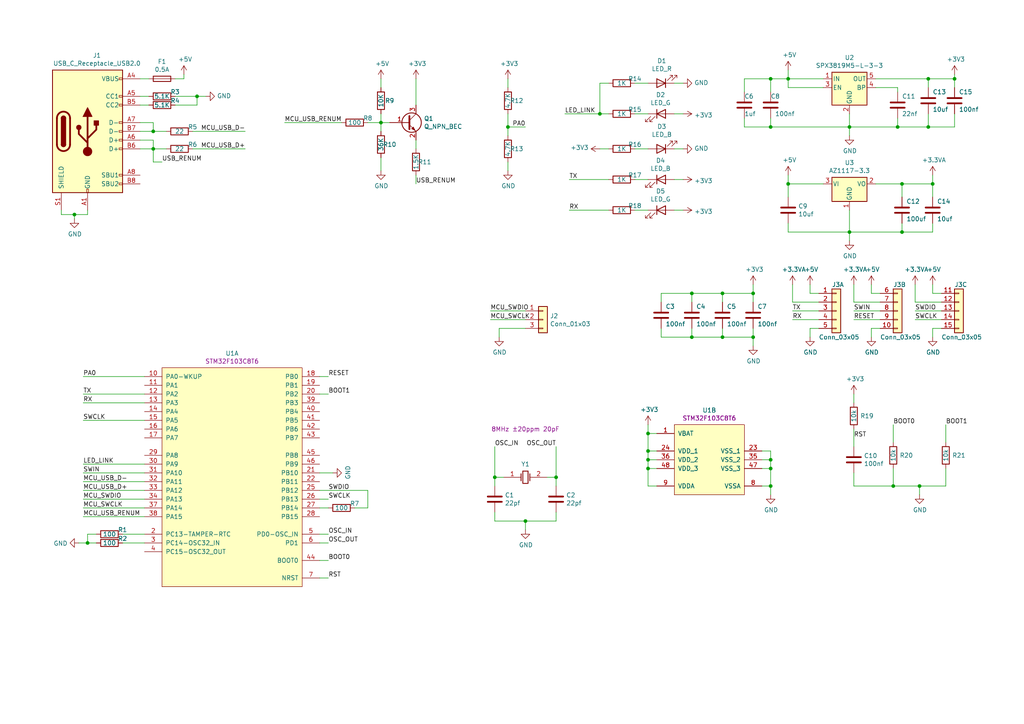
<source format=kicad_sch>
(kicad_sch (version 20211123) (generator eeschema)
  (paper "A4")
  (lib_symbols
    (symbol "Connector:USB_C_Receptacle_USB2.0" (pin_names (offset 1.016))
      (property "Reference" "J" (at -10.16 19.05 0))
      (property "Value" "USB_C_Receptacle_USB2.0" (at 19.05 19.05 0))
      (symbol "USB_C_Receptacle_USB2.0_0_0"
        (rectangle (start -0.254 -17.78) (end 0.254 -16.764))
        (rectangle (start 10.16 -14.986) (end 9.144 -15.494))
        (rectangle (start 10.16 -12.446) (end 9.144 -12.954))
        (rectangle (start 10.16 -4.826) (end 9.144 -5.334))
        (rectangle (start 10.16 -2.286) (end 9.144 -2.794))
        (rectangle (start 10.16 0.254) (end 9.144 -0.254))
        (rectangle (start 10.16 2.794) (end 9.144 2.286))
        (rectangle (start 10.16 7.874) (end 9.144 7.366))
        (rectangle (start 10.16 10.414) (end 9.144 9.906))
        (rectangle (start 10.16 15.494) (end 9.144 14.986))
      )
      (symbol "USB_C_Receptacle_USB2.0_0_1"
        (rectangle (start -10.16 17.78) (end 10.16 -17.78) (stroke (width 0.254)) (fill (type background)))
        (arc (start -8.89 -3.81) (mid -6.985 -5.715) (end -5.08 -3.81) (stroke (width 0.508)))
        (arc (start -7.62 -3.81) (mid -6.985 -4.445) (end -6.35 -3.81) (stroke (width 0.254)))
        (arc (start -7.62 -3.81) (mid -6.985 -4.445) (end -6.35 -3.81) (stroke (width 0.254)) (fill (type outline)))
        (rectangle (start -7.62 -3.81) (end -6.35 3.81) (stroke (width 0.254)) (fill (type outline)))
        (arc (start -6.35 3.81) (mid -6.985 4.445) (end -7.62 3.81) (stroke (width 0.254)))
        (arc (start -6.35 3.81) (mid -6.985 4.445) (end -7.62 3.81) (stroke (width 0.254)) (fill (type outline)))
        (arc (start -5.08 3.81) (mid -6.985 5.715) (end -8.89 3.81) (stroke (width 0.508)))
        (circle (center -2.54 1.143) (radius 0.635) (stroke (width 0.254)) (fill (type outline)))
        (circle (center 0 -5.842) (radius 1.27) (fill (type outline)))
        (polyline (pts (xy -8.89 -3.81) (xy -8.89 3.81)) (stroke (width 0.508)))
        (polyline (pts (xy -5.08 3.81) (xy -5.08 -3.81)) (stroke (width 0.508)))
        (polyline (pts (xy 0 -5.842) (xy 0 4.318)) (stroke (width 0.508)))
        (polyline (pts (xy 0 -3.302) (xy -2.54 -0.762) (xy -2.54 0.508)) (stroke (width 0.508)))
        (polyline (pts (xy 0 -2.032) (xy 2.54 0.508) (xy 2.54 1.778)) (stroke (width 0.508)))
        (polyline (pts (xy -1.27 4.318) (xy 0 6.858) (xy 1.27 4.318) (xy -1.27 4.318)) (stroke (width 0.254)) (fill (type outline)))
        (rectangle (start 1.905 1.778) (end 3.175 3.048) (stroke (width 0.254)) (fill (type outline)))
      )
      (symbol "USB_C_Receptacle_USB2.0_1_1"
        (pin passive line (at 0 -22.86 90) (length 5.08) (name "GND") (number "A1"))
        (pin passive line (at 0 -22.86 90) (length 5.08) hide (name "GND") (number "A12"))
        (pin passive line (at 15.24 15.24 180) (length 5.08) (name "VBUS") (number "A4"))
        (pin bidirectional line (at 15.24 10.16 180) (length 5.08) (name "CC1") (number "A5"))
        (pin bidirectional line (at 15.24 -2.54 180) (length 5.08) (name "D+") (number "A6"))
        (pin bidirectional line (at 15.24 2.54 180) (length 5.08) (name "D-") (number "A7"))
        (pin bidirectional line (at 15.24 -12.7 180) (length 5.08) (name "SBU1") (number "A8"))
        (pin passive line (at 15.24 15.24 180) (length 5.08) hide (name "VBUS") (number "A9"))
        (pin passive line (at 0 -22.86 90) (length 5.08) hide (name "GND") (number "B1"))
        (pin passive line (at 0 -22.86 90) (length 5.08) hide (name "GND") (number "B12"))
        (pin passive line (at 15.24 15.24 180) (length 5.08) hide (name "VBUS") (number "B4"))
        (pin bidirectional line (at 15.24 7.62 180) (length 5.08) (name "CC2") (number "B5"))
        (pin bidirectional line (at 15.24 -5.08 180) (length 5.08) (name "D+") (number "B6"))
        (pin bidirectional line (at 15.24 0 180) (length 5.08) (name "D-") (number "B7"))
        (pin bidirectional line (at 15.24 -15.24 180) (length 5.08) (name "SBU2") (number "B8"))
        (pin passive line (at 15.24 15.24 180) (length 5.08) hide (name "VBUS") (number "B9"))
        (pin passive line (at -7.62 -22.86 90) (length 5.08) (name "SHIELD") (number "S1"))
      )
    )
    (symbol "Connector_Generic:Conn_01x03" (pin_names (offset 1.016) hide)
      (property "Reference" "J" (at 0 5.08 0))
      (property "Value" "Conn_01x03" (at 0 -5.08 0))
      (symbol "Conn_01x03_1_1"
        (rectangle (start -1.27 -2.413) (end 0 -2.667) (stroke (width 0.1524)))
        (rectangle (start -1.27 0.127) (end 0 -0.127) (stroke (width 0.1524)))
        (rectangle (start -1.27 2.667) (end 0 2.413) (stroke (width 0.1524)))
        (rectangle (start -1.27 3.81) (end 1.27 -3.81) (stroke (width 0.254)) (fill (type background)))
        (pin passive line (at -5.08 2.54 0) (length 3.81) (name "Pin_1") (number "1"))
        (pin passive line (at -5.08 0 0) (length 3.81) (name "Pin_2") (number "2"))
        (pin passive line (at -5.08 -2.54 0) (length 3.81) (name "Pin_3") (number "3"))
      )
    )
    (symbol "Device:C" (pin_numbers hide) (pin_names (offset 0.254))
      (property "Reference" "C" (at 0.635 2.54 0))
      (property "Value" "C" (at 0.635 -2.54 0))
      (symbol "C_0_1"
        (polyline (pts (xy -2.032 -0.762) (xy 2.032 -0.762)) (stroke (width 0.508)))
        (polyline (pts (xy -2.032 0.762) (xy 2.032 0.762)) (stroke (width 0.508)))
      )
      (symbol "C_1_1"
        (pin passive line (at 0 3.81 270) (length 2.794) (name "~") (number "1"))
        (pin passive line (at 0 -3.81 90) (length 2.794) (name "~") (number "2"))
      )
    )
    (symbol "Device:Fuse" (pin_numbers hide) (pin_names (offset 0))
      (property "Reference" "F" (at 2.032 0 90))
      (property "Value" "Fuse" (at -1.905 0 90))
      (symbol "Fuse_0_1"
        (rectangle (start -0.762 -2.54) (end 0.762 2.54) (stroke (width 0.254)))
        (polyline (pts (xy 0 2.54) (xy 0 -2.54)))
      )
      (symbol "Fuse_1_1"
        (pin passive line (at 0 3.81 270) (length 1.27) (name "~") (number "1"))
        (pin passive line (at 0 -3.81 90) (length 1.27) (name "~") (number "2"))
      )
    )
    (symbol "Device:LED" (pin_numbers hide) (pin_names (offset 1.016) hide)
      (property "Reference" "D" (at 0 2.54 0))
      (property "Value" "LED" (at 0 -2.54 0))
      (symbol "LED_0_1"
        (polyline (pts (xy -1.27 -1.27) (xy -1.27 1.27)) (stroke (width 0.254)))
        (polyline (pts (xy -1.27 0) (xy 1.27 0)))
        (polyline (pts (xy 1.27 -1.27) (xy 1.27 1.27) (xy -1.27 0) (xy 1.27 -1.27)) (stroke (width 0.254)))
        (polyline (pts (xy -3.048 -0.762) (xy -4.572 -2.286) (xy -3.81 -2.286) (xy -4.572 -2.286) (xy -4.572 -1.524)))
        (polyline (pts (xy -1.778 -0.762) (xy -3.302 -2.286) (xy -2.54 -2.286) (xy -3.302 -2.286) (xy -3.302 -1.524)))
      )
      (symbol "LED_1_1"
        (pin passive line (at -3.81 0 0) (length 2.54) (name "K") (number "1"))
        (pin passive line (at 3.81 0 180) (length 2.54) (name "A") (number "2"))
      )
    )
    (symbol "Device:Q_NPN_BEC" (pin_names (offset 0) hide)
      (property "Reference" "Q" (at 5.08 1.27 0))
      (property "Value" "Q_NPN_BEC" (at 5.08 -1.27 0))
      (symbol "Q_NPN_BEC_0_1"
        (polyline (pts (xy 0.635 0.635) (xy 2.54 2.54)))
        (polyline (pts (xy 0.635 -0.635) (xy 2.54 -2.54) (xy 2.54 -2.54)))
        (polyline (pts (xy 0.635 1.905) (xy 0.635 -1.905) (xy 0.635 -1.905)) (stroke (width 0.508)))
        (polyline (pts (xy 1.27 -1.778) (xy 1.778 -1.27) (xy 2.286 -2.286) (xy 1.27 -1.778) (xy 1.27 -1.778)) (fill (type outline)))
        (circle (center 1.27 0) (radius 2.8194) (stroke (width 0.254)))
      )
      (symbol "Q_NPN_BEC_1_1"
        (pin input line (at -5.08 0 0) (length 5.715) (name "B") (number "1"))
        (pin passive line (at 2.54 -5.08 90) (length 2.54) (name "E") (number "2"))
        (pin passive line (at 2.54 5.08 270) (length 2.54) (name "C") (number "3"))
      )
    )
    (symbol "Device:R" (pin_numbers hide) (pin_names (offset 0))
      (property "Reference" "R" (at 2.032 0 90))
      (property "Value" "R" (at 0 0 90))
      (symbol "R_0_1"
        (rectangle (start -1.016 -2.54) (end 1.016 2.54) (stroke (width 0.254)))
      )
      (symbol "R_1_1"
        (pin passive line (at 0 3.81 270) (length 1.27) (name "~") (number "1"))
        (pin passive line (at 0 -3.81 90) (length 1.27) (name "~") (number "2"))
      )
    )
    (symbol "Regulator_Linear:AZ1117-3.3" (pin_names (offset 0.254))
      (property "Reference" "U" (at -3.81 3.175 0))
      (property "Value" "AZ1117-3.3" (at 0 3.175 0))
      (symbol "AZ1117-3.3_0_1"
        (rectangle (start -5.08 1.905) (end 5.08 -5.08) (stroke (width 0.254)) (fill (type background)))
      )
      (symbol "AZ1117-3.3_1_1"
        (pin power_in line (at 0 -7.62 90) (length 2.54) (name "GND") (number "1"))
        (pin power_out line (at 7.62 0 180) (length 2.54) (name "VO") (number "2"))
        (pin power_in line (at -7.62 0 0) (length 2.54) (name "VI") (number "3"))
      )
    )
    (symbol "Regulator_Linear:SPX3819M5-L-3-3" (pin_names (offset 0.254))
      (property "Reference" "U" (at -3.81 5.715 0))
      (property "Value" "SPX3819M5-L-3-3" (at 0 5.715 0))
      (symbol "SPX3819M5-L-3-3_0_1"
        (rectangle (start -5.08 4.445) (end 5.08 -5.08) (stroke (width 0.254)) (fill (type background)))
      )
      (symbol "SPX3819M5-L-3-3_1_1"
        (pin power_in line (at -7.62 2.54 0) (length 2.54) (name "IN") (number "1"))
        (pin power_in line (at 0 -7.62 90) (length 2.54) (name "GND") (number "2"))
        (pin input line (at -7.62 0 0) (length 2.54) (name "EN") (number "3"))
        (pin input line (at 7.62 0 180) (length 2.54) (name "BP") (number "4"))
        (pin power_out line (at 7.62 2.54 180) (length 2.54) (name "OUT") (number "5"))
      )
    )
    (symbol "ST_Link_V2.1-rescue:Conn_03x05-connector_03_xx" (pin_names (offset 1.016) hide)
      (property "Reference" "J" (at 0 7.62 0))
      (property "Value" "Conn_03x05-connector_03_xx" (at 0 -7.62 0))
      (symbol "Conn_03x05-connector_03_xx_1_1"
        (rectangle (start -1.27 -4.953) (end 0 -5.207) (stroke (width 0.1524)))
        (rectangle (start -1.27 -2.413) (end 0 -2.667) (stroke (width 0.1524)))
        (rectangle (start -1.27 0.127) (end 0 -0.127) (stroke (width 0.1524)))
        (rectangle (start -1.27 2.667) (end 0 2.413) (stroke (width 0.1524)))
        (rectangle (start -1.27 5.207) (end 0 4.953) (stroke (width 0.1524)))
        (rectangle (start -1.27 6.35) (end 1.27 -6.35) (stroke (width 0.254)) (fill (type background)))
        (pin passive line (at -5.08 5.08 0) (length 3.81) (name "Pin_1") (number "1"))
        (pin passive line (at -5.08 2.54 0) (length 3.81) (name "Pin_2") (number "2"))
        (pin passive line (at -5.08 0 0) (length 3.81) (name "Pin_3") (number "3"))
        (pin passive line (at -5.08 -2.54 0) (length 3.81) (name "Pin_4") (number "4"))
        (pin passive line (at -5.08 -5.08 0) (length 3.81) (name "Pin_5") (number "5"))
      )
      (symbol "Conn_03x05-connector_03_xx_2_1"
        (rectangle (start -1.27 -4.953) (end 0 -5.207) (stroke (width 0.1524)))
        (rectangle (start -1.27 -2.413) (end 0 -2.667) (stroke (width 0.1524)))
        (rectangle (start -1.27 0.127) (end 0 -0.127) (stroke (width 0.1524)))
        (rectangle (start -1.27 2.667) (end 0 2.413) (stroke (width 0.1524)))
        (rectangle (start -1.27 5.207) (end 0 4.953) (stroke (width 0.1524)))
        (rectangle (start -1.27 6.35) (end 1.27 -6.35) (stroke (width 0.254)) (fill (type background)))
        (pin passive line (at -5.08 -5.08 0) (length 3.81) (name "Pin_10") (number "10"))
        (pin passive line (at -5.08 5.08 0) (length 3.81) (name "Pin_6") (number "6"))
        (pin passive line (at -5.08 2.54 0) (length 3.81) (name "Pin_7") (number "7"))
        (pin passive line (at -5.08 0 0) (length 3.81) (name "Pin_8") (number "8"))
        (pin passive line (at -5.08 -2.54 0) (length 3.81) (name "Pin_9") (number "9"))
      )
      (symbol "Conn_03x05-connector_03_xx_3_1"
        (rectangle (start -1.27 -4.953) (end 0 -5.207) (stroke (width 0.1524)))
        (rectangle (start -1.27 -2.413) (end 0 -2.667) (stroke (width 0.1524)))
        (rectangle (start -1.27 0.127) (end 0 -0.127) (stroke (width 0.1524)))
        (rectangle (start -1.27 2.667) (end 0 2.413) (stroke (width 0.1524)))
        (rectangle (start -1.27 5.207) (end 0 4.953) (stroke (width 0.1524)))
        (rectangle (start -1.27 6.35) (end 1.27 -6.35) (stroke (width 0.254)) (fill (type background)))
        (pin passive line (at -5.08 5.08 0) (length 3.81) (name "Pin_11") (number "11"))
        (pin passive line (at -5.08 2.54 0) (length 3.81) (name "Pin_12") (number "12"))
        (pin passive line (at -5.08 0 0) (length 3.81) (name "Pin_13") (number "13"))
        (pin passive line (at -5.08 -2.54 0) (length 3.81) (name "Pin_14") (number "14"))
        (pin passive line (at -5.08 -5.08 0) (length 3.81) (name "Pin_15") (number "15"))
      )
    )
    (symbol "ST_Link_V2.1-rescue:SMD-5032_2P_8MHz_20ppm_20pF-lc_CrystalOscillator" (pin_names (offset 1.016) hide)
      (property "Reference" "Y" (at -0.0254 3.048 0))
      (property "Comment" "8MHz ±20ppm 20pF" (at 3.7846 3.048 0))
      (symbol "SMD-5032_2P_8MHz_20ppm_20pF-lc_CrystalOscillator_1_1"
        (polyline (pts (xy 10.16 1.016) (xy 10.16 -1.016)) (stroke (width 0.254)))
        (polyline (pts (xy 10.668 1.778) (xy 12.192 1.778)) (stroke (width 0.254)))
        (polyline (pts (xy 12.7 1.016) (xy 12.7 -1.016)) (stroke (width 0.254)))
        (polyline (pts (xy 12.192 1.778) (xy 12.192 -1.778) (xy 10.668 -1.778) (xy 10.668 1.778)) (stroke (width 0.254)))
        (pin passive line (at 5.08 0 0) (length 5.08) (name "OSC1") (number "1"))
        (pin passive line (at 17.78 0 180) (length 5.08) (name "OSC2") (number "2"))
      )
    )
    (symbol "ST_Link_V2.1-rescue:STM32F103C8T6-lc_MCU" (pin_names (offset 1.016))
      (property "Reference" "U" (at -22.86 34.29 0))
      (property "Comment" "STM32F103C8T6" (at -19.05 34.29 0))
      (symbol "STM32F103C8T6-lc_MCU_1_1"
        (rectangle (start -17.78 -30.48) (end 22.86 33.02) (fill (type background)))
        (pin bidirectional line (at -22.86 30.48 0) (length 5.08) (name "PA0-WKUP") (number "10"))
        (pin bidirectional line (at -22.86 27.94 0) (length 5.08) (name "PA1") (number "11"))
        (pin bidirectional line (at -22.86 25.4 0) (length 5.08) (name "PA2") (number "12"))
        (pin bidirectional line (at -22.86 22.86 0) (length 5.08) (name "PA3") (number "13"))
        (pin bidirectional line (at -22.86 20.32 0) (length 5.08) (name "PA4") (number "14"))
        (pin bidirectional line (at -22.86 17.78 0) (length 5.08) (name "PA5") (number "15"))
        (pin bidirectional line (at -22.86 15.24 0) (length 5.08) (name "PA6") (number "16"))
        (pin bidirectional line (at -22.86 12.7 0) (length 5.08) (name "PA7") (number "17"))
        (pin bidirectional line (at 27.94 30.48 180) (length 5.08) (name "PB0") (number "18"))
        (pin bidirectional line (at 27.94 27.94 180) (length 5.08) (name "PB1") (number "19"))
        (pin bidirectional line (at -22.86 -15.24 0) (length 5.08) (name "PC13-TAMPER-RTC") (number "2"))
        (pin bidirectional line (at 27.94 25.4 180) (length 5.08) (name "PB2") (number "20"))
        (pin bidirectional line (at 27.94 2.54 180) (length 5.08) (name "PB10") (number "21"))
        (pin bidirectional line (at 27.94 0 180) (length 5.08) (name "PB11") (number "22"))
        (pin bidirectional line (at 27.94 -2.54 180) (length 5.08) (name "PB12") (number "25"))
        (pin bidirectional line (at 27.94 -5.08 180) (length 5.08) (name "PB13") (number "26"))
        (pin bidirectional line (at 27.94 -7.62 180) (length 5.08) (name "PB14") (number "27"))
        (pin bidirectional line (at 27.94 -10.16 180) (length 5.08) (name "PB15") (number "28"))
        (pin bidirectional line (at -22.86 7.62 0) (length 5.08) (name "PA8") (number "29"))
        (pin bidirectional line (at -22.86 -17.78 0) (length 5.08) (name "PC14-OSC32_IN") (number "3"))
        (pin bidirectional line (at -22.86 5.08 0) (length 5.08) (name "PA9") (number "30"))
        (pin bidirectional line (at -22.86 2.54 0) (length 5.08) (name "PA10") (number "31"))
        (pin bidirectional line (at -22.86 0 0) (length 5.08) (name "PA11") (number "32"))
        (pin bidirectional line (at -22.86 -2.54 0) (length 5.08) (name "PA12") (number "33"))
        (pin bidirectional line (at -22.86 -5.08 0) (length 5.08) (name "PA13") (number "34"))
        (pin bidirectional line (at -22.86 -7.62 0) (length 5.08) (name "PA14") (number "37"))
        (pin bidirectional line (at -22.86 -10.16 0) (length 5.08) (name "PA15") (number "38"))
        (pin bidirectional line (at 27.94 22.86 180) (length 5.08) (name "PB3") (number "39"))
        (pin bidirectional line (at -22.86 -20.32 0) (length 5.08) (name "PC15-OSC32_OUT") (number "4"))
        (pin bidirectional line (at 27.94 20.32 180) (length 5.08) (name "PB4") (number "40"))
        (pin bidirectional line (at 27.94 17.78 180) (length 5.08) (name "PB5") (number "41"))
        (pin bidirectional line (at 27.94 15.24 180) (length 5.08) (name "PB6") (number "42"))
        (pin bidirectional line (at 27.94 12.7 180) (length 5.08) (name "PB7") (number "43"))
        (pin input line (at 27.94 -22.86 180) (length 5.08) (name "BOOT0") (number "44"))
        (pin bidirectional line (at 27.94 7.62 180) (length 5.08) (name "PB8") (number "45"))
        (pin bidirectional line (at 27.94 5.08 180) (length 5.08) (name "PB9") (number "46"))
        (pin bidirectional line (at 27.94 -15.24 180) (length 5.08) (name "PD0-OSC_IN") (number "5"))
        (pin bidirectional line (at 27.94 -17.78 180) (length 5.08) (name "PD1") (number "6"))
        (pin bidirectional line (at 27.94 -27.94 180) (length 5.08) (name "NRST") (number "7"))
      )
      (symbol "STM32F103C8T6-lc_MCU_2_1"
        (rectangle (start -10.16 -10.16) (end 10.16 10.16) (fill (type background)))
        (pin power_in line (at -15.24 7.62 0) (length 5.08) (name "VBAT") (number "1"))
        (pin power_in line (at 15.24 2.54 180) (length 5.08) (name "VSS_1") (number "23"))
        (pin power_in line (at -15.24 2.54 0) (length 5.08) (name "VDD_1") (number "24"))
        (pin power_in line (at 15.24 0 180) (length 5.08) (name "VSS_2") (number "35"))
        (pin power_in line (at -15.24 0 0) (length 5.08) (name "VDD_2") (number "36"))
        (pin power_in line (at 15.24 -2.54 180) (length 5.08) (name "VSS_3") (number "47"))
        (pin power_in line (at -15.24 -2.54 0) (length 5.08) (name "VDD_3") (number "48"))
        (pin power_in line (at 15.24 -7.62 180) (length 5.08) (name "VSSA") (number "8"))
        (pin power_in line (at -15.24 -7.62 0) (length 5.08) (name "VDDA") (number "9"))
      )
    )
    (symbol "power:+3.3V" (power) (pin_names (offset 0))
      (property "Value" "+3.3V" (at 0 3.556 0))
      (symbol "+3.3V_0_1"
        (polyline (pts (xy -0.762 1.27) (xy 0 2.54)))
        (polyline (pts (xy 0 0) (xy 0 2.54)))
        (polyline (pts (xy 0 2.54) (xy 0.762 1.27)))
      )
      (symbol "+3.3V_1_1"
        (pin power_in line (at 0 0 90) (length 0) hide (name "+3V3") (number "1"))
      )
    )
    (symbol "power:+3.3VA" (power) (pin_names (offset 0))
      (property "Value" "+3.3VA" (at 0 3.556 0))
      (symbol "+3.3VA_0_1"
        (polyline (pts (xy -0.762 1.27) (xy 0 2.54)))
        (polyline (pts (xy 0 0) (xy 0 2.54)))
        (polyline (pts (xy 0 2.54) (xy 0.762 1.27)))
      )
      (symbol "+3.3VA_1_1"
        (pin power_in line (at 0 0 90) (length 0) hide (name "+3.3VA") (number "1"))
      )
    )
    (symbol "power:+5V" (power) (pin_names (offset 0))
      (property "Value" "+5V" (at 0 3.556 0))
      (symbol "+5V_0_1"
        (polyline (pts (xy -0.762 1.27) (xy 0 2.54)))
        (polyline (pts (xy 0 0) (xy 0 2.54)))
        (polyline (pts (xy 0 2.54) (xy 0.762 1.27)))
      )
      (symbol "+5V_1_1"
        (pin power_in line (at 0 0 90) (length 0) hide (name "+5V") (number "1"))
      )
    )
    (symbol "power:GND" (power) (pin_names (offset 0))
      (property "Value" "GND" (at 0 -3.81 0))
      (symbol "GND_0_1"
        (polyline (pts (xy 0 0) (xy 0 -1.27) (xy 1.27 -1.27) (xy 0 -2.54) (xy -1.27 -1.27) (xy 0 -1.27)))
      )
      (symbol "GND_1_1"
        (pin power_in line (at 0 0 270) (length 0) hide (name "GND") (number "1"))
      )
    )
  )
  (junction (at 187.96 135.89))
  (junction (at 161.29 138.43))
  (junction (at 218.44 97.79))
  (junction (at 228.6 22.86))
  (junction (at 269.24 36.83))
  (junction (at 187.96 125.73))
  (junction (at 261.62 53.34))
  (junction (at 110.49 35.56))
  (junction (at 276.86 22.86))
  (junction (at 246.38 36.83))
  (junction (at 143.51 138.43))
  (junction (at 200.66 97.79))
  (junction (at 223.52 36.83))
  (junction (at 187.96 130.81))
  (junction (at 44.45 38.1))
  (junction (at 57.15 27.94))
  (junction (at 266.7 140.97))
  (junction (at 147.32 36.83))
  (junction (at 187.96 133.35))
  (junction (at 223.52 22.86))
  (junction (at 25.4 157.48))
  (junction (at 260.35 36.83))
  (junction (at 209.55 97.79))
  (junction (at 269.24 22.86))
  (junction (at 259.08 140.97))
  (junction (at 270.51 53.34))
  (junction (at 218.44 85.09))
  (junction (at 152.4 151.13))
  (junction (at 223.52 133.35))
  (junction (at 173.99 33.02))
  (junction (at 223.52 140.97))
  (junction (at 228.6 53.34))
  (junction (at 223.52 135.89))
  (junction (at 246.38 67.31))
  (junction (at 261.62 67.31))
  (junction (at 44.45 43.18))
  (junction (at 209.55 85.09))
  (junction (at 21.59 62.23))
  (junction (at 200.66 85.09))
  (wire (pts (xy 187.96 43.18) (xy 184.15 43.18)))
  (wire (pts (xy 209.55 97.79) (xy 218.44 97.79)))
  (wire (pts (xy 95.25 109.22) (xy 92.71 109.22)))
  (wire (pts (xy 266.7 140.97) (xy 274.32 140.97)))
  (wire (pts (xy 95.25 114.3) (xy 92.71 114.3)))
  (wire (pts (xy 269.24 25.4) (xy 269.24 22.86)))
  (wire (pts (xy 59.69 27.94) (xy 57.15 27.94)))
  (wire (pts (xy 163.83 33.02) (xy 173.99 33.02)))
  (wire (pts (xy 40.64 22.86) (xy 43.18 22.86)))
  (wire (pts (xy 144.78 95.25) (xy 144.78 97.79)))
  (wire (pts (xy 270.51 64.77) (xy 270.51 67.31)))
  (wire (pts (xy 228.6 20.32) (xy 228.6 22.86)))
  (wire (pts (xy 176.53 52.07) (xy 165.1 52.07)))
  (wire (pts (xy 161.29 129.54) (xy 161.29 138.43)))
  (wire (pts (xy 218.44 85.09) (xy 218.44 87.63)))
  (wire (pts (xy 147.32 46.99) (xy 147.32 49.53)))
  (wire (pts (xy 234.95 97.79) (xy 234.95 95.25)))
  (wire (pts (xy 215.9 36.83) (xy 223.52 36.83)))
  (wire (pts (xy 35.56 154.94) (xy 41.91 154.94)))
  (wire (pts (xy 53.34 21.59) (xy 53.34 22.86)))
  (wire (pts (xy 143.51 148.59) (xy 143.51 151.13)))
  (wire (pts (xy 24.13 114.3) (xy 41.91 114.3)))
  (wire (pts (xy 246.38 60.96) (xy 246.38 67.31)))
  (wire (pts (xy 187.96 135.89) (xy 187.96 140.97)))
  (wire (pts (xy 260.35 34.29) (xy 260.35 36.83)))
  (wire (pts (xy 261.62 53.34) (xy 270.51 53.34)))
  (wire (pts (xy 44.45 40.64) (xy 44.45 43.18)))
  (wire (pts (xy 261.62 57.15) (xy 261.62 53.34)))
  (wire (pts (xy 147.32 33.02) (xy 147.32 36.83)))
  (wire (pts (xy 173.99 24.13) (xy 173.99 33.02)))
  (wire (pts (xy 229.87 90.17) (xy 237.49 90.17)))
  (wire (pts (xy 276.86 25.4) (xy 276.86 22.86)))
  (wire (pts (xy 152.4 151.13) (xy 161.29 151.13)))
  (wire (pts (xy 247.65 140.97) (xy 259.08 140.97)))
  (wire (pts (xy 198.12 43.18) (xy 195.58 43.18)))
  (wire (pts (xy 228.6 67.31) (xy 246.38 67.31)))
  (wire (pts (xy 265.43 87.63) (xy 273.05 87.63)))
  (wire (pts (xy 41.91 147.32) (xy 24.13 147.32)))
  (wire (pts (xy 259.08 135.89) (xy 259.08 140.97)))
  (wire (pts (xy 218.44 82.55) (xy 218.44 85.09)))
  (wire (pts (xy 246.38 67.31) (xy 261.62 67.31)))
  (wire (pts (xy 190.5 130.81) (xy 187.96 130.81)))
  (wire (pts (xy 40.64 35.56) (xy 44.45 35.56)))
  (wire (pts (xy 50.8 27.94) (xy 57.15 27.94)))
  (wire (pts (xy 187.96 135.89) (xy 190.5 135.89)))
  (wire (pts (xy 57.15 30.48) (xy 50.8 30.48)))
  (wire (pts (xy 220.98 130.81) (xy 223.52 130.81)))
  (wire (pts (xy 92.71 142.24) (xy 106.68 142.24)))
  (wire (pts (xy 44.45 38.1) (xy 48.26 38.1)))
  (wire (pts (xy 259.08 128.27) (xy 259.08 123.19)))
  (wire (pts (xy 195.58 52.07) (xy 198.12 52.07)))
  (wire (pts (xy 41.91 139.7) (xy 24.13 139.7)))
  (wire (pts (xy 184.15 60.96) (xy 187.96 60.96)))
  (wire (pts (xy 24.13 142.24) (xy 41.91 142.24)))
  (wire (pts (xy 161.29 138.43) (xy 158.75 138.43)))
  (wire (pts (xy 260.35 25.4) (xy 254 25.4)))
  (wire (pts (xy 191.77 97.79) (xy 200.66 97.79)))
  (wire (pts (xy 270.51 82.55) (xy 270.51 85.09)))
  (wire (pts (xy 234.95 85.09) (xy 237.49 85.09)))
  (wire (pts (xy 53.34 22.86) (xy 50.8 22.86)))
  (wire (pts (xy 184.15 33.02) (xy 187.96 33.02)))
  (wire (pts (xy 113.03 35.56) (xy 110.49 35.56)))
  (wire (pts (xy 270.51 50.8) (xy 270.51 53.34)))
  (wire (pts (xy 223.52 26.67) (xy 223.52 22.86)))
  (wire (pts (xy 24.13 149.86) (xy 41.91 149.86)))
  (wire (pts (xy 147.32 22.86) (xy 147.32 25.4)))
  (wire (pts (xy 255.27 90.17) (xy 247.65 90.17)))
  (wire (pts (xy 269.24 33.02) (xy 269.24 36.83)))
  (wire (pts (xy 261.62 67.31) (xy 261.62 64.77)))
  (wire (pts (xy 191.77 85.09) (xy 200.66 85.09)))
  (wire (pts (xy 191.77 87.63) (xy 191.77 85.09)))
  (wire (pts (xy 220.98 133.35) (xy 223.52 133.35)))
  (wire (pts (xy 71.12 38.1) (xy 55.88 38.1)))
  (wire (pts (xy 187.96 125.73) (xy 187.96 130.81)))
  (wire (pts (xy 190.5 140.97) (xy 187.96 140.97)))
  (wire (pts (xy 200.66 87.63) (xy 200.66 85.09)))
  (wire (pts (xy 176.53 43.18) (xy 173.99 43.18)))
  (wire (pts (xy 200.66 85.09) (xy 209.55 85.09)))
  (wire (pts (xy 238.76 25.4) (xy 228.6 25.4)))
  (wire (pts (xy 274.32 128.27) (xy 274.32 123.19)))
  (wire (pts (xy 252.73 95.25) (xy 255.27 95.25)))
  (wire (pts (xy 215.9 34.29) (xy 215.9 36.83)))
  (wire (pts (xy 209.55 85.09) (xy 218.44 85.09)))
  (wire (pts (xy 92.71 137.16) (xy 96.52 137.16)))
  (wire (pts (xy 165.1 60.96) (xy 176.53 60.96)))
  (wire (pts (xy 44.45 46.99) (xy 44.45 43.18)))
  (wire (pts (xy 270.51 57.15) (xy 270.51 53.34)))
  (wire (pts (xy 17.78 60.96) (xy 17.78 62.23)))
  (wire (pts (xy 269.24 22.86) (xy 254 22.86)))
  (wire (pts (xy 266.7 143.51) (xy 266.7 140.97)))
  (wire (pts (xy 120.65 40.64) (xy 120.65 43.18)))
  (wire (pts (xy 187.96 24.13) (xy 184.15 24.13)))
  (wire (pts (xy 161.29 151.13) (xy 161.29 148.59)))
  (wire (pts (xy 270.51 67.31) (xy 261.62 67.31)))
  (wire (pts (xy 252.73 82.55) (xy 252.73 85.09)))
  (wire (pts (xy 276.86 21.59) (xy 276.86 22.86)))
  (wire (pts (xy 200.66 95.25) (xy 200.66 97.79)))
  (wire (pts (xy 106.68 147.32) (xy 106.68 142.24)))
  (wire (pts (xy 218.44 100.33) (xy 218.44 97.79)))
  (wire (pts (xy 92.71 154.94) (xy 95.25 154.94)))
  (wire (pts (xy 25.4 62.23) (xy 25.4 60.96)))
  (wire (pts (xy 246.38 39.37) (xy 246.38 36.83)))
  (wire (pts (xy 247.65 124.46) (xy 247.65 129.54)))
  (wire (pts (xy 24.13 121.92) (xy 41.91 121.92)))
  (wire (pts (xy 187.96 133.35) (xy 190.5 133.35)))
  (wire (pts (xy 228.6 22.86) (xy 238.76 22.86)))
  (wire (pts (xy 220.98 135.89) (xy 223.52 135.89)))
  (wire (pts (xy 209.55 95.25) (xy 209.55 97.79)))
  (wire (pts (xy 247.65 137.16) (xy 247.65 140.97)))
  (wire (pts (xy 223.52 34.29) (xy 223.52 36.83)))
  (wire (pts (xy 143.51 151.13) (xy 152.4 151.13)))
  (wire (pts (xy 223.52 140.97) (xy 220.98 140.97)))
  (wire (pts (xy 215.9 26.67) (xy 215.9 22.86)))
  (wire (pts (xy 195.58 60.96) (xy 198.12 60.96)))
  (wire (pts (xy 92.71 162.56) (xy 95.25 162.56)))
  (wire (pts (xy 223.52 130.81) (xy 223.52 133.35)))
  (wire (pts (xy 215.9 22.86) (xy 223.52 22.86)))
  (wire (pts (xy 273.05 90.17) (xy 265.43 90.17)))
  (wire (pts (xy 276.86 36.83) (xy 269.24 36.83)))
  (wire (pts (xy 110.49 45.72) (xy 110.49 49.53)))
  (wire (pts (xy 260.35 26.67) (xy 260.35 25.4)))
  (wire (pts (xy 234.95 95.25) (xy 237.49 95.25)))
  (wire (pts (xy 110.49 33.02) (xy 110.49 35.56)))
  (wire (pts (xy 252.73 97.79) (xy 252.73 95.25)))
  (wire (pts (xy 142.24 90.17) (xy 152.4 90.17)))
  (wire (pts (xy 228.6 50.8) (xy 228.6 53.34)))
  (wire (pts (xy 187.96 133.35) (xy 187.96 135.89)))
  (wire (pts (xy 82.55 35.56) (xy 99.06 35.56)))
  (wire (pts (xy 190.5 125.73) (xy 187.96 125.73)))
  (wire (pts (xy 147.32 36.83) (xy 147.32 39.37)))
  (wire (pts (xy 152.4 153.67) (xy 152.4 151.13)))
  (wire (pts (xy 110.49 22.86) (xy 110.49 25.4)))
  (wire (pts (xy 247.65 114.3) (xy 247.65 116.84)))
  (wire (pts (xy 24.13 116.84) (xy 41.91 116.84)))
  (wire (pts (xy 228.6 64.77) (xy 228.6 67.31)))
  (wire (pts (xy 41.91 157.48) (xy 35.56 157.48)))
  (wire (pts (xy 71.12 43.18) (xy 55.88 43.18)))
  (wire (pts (xy 223.52 22.86) (xy 228.6 22.86)))
  (wire (pts (xy 24.13 109.22) (xy 41.91 109.22)))
  (wire (pts (xy 274.32 140.97) (xy 274.32 135.89)))
  (wire (pts (xy 260.35 36.83) (xy 246.38 36.83)))
  (wire (pts (xy 40.64 27.94) (xy 43.18 27.94)))
  (wire (pts (xy 142.24 92.71) (xy 152.4 92.71)))
  (wire (pts (xy 246.38 36.83) (xy 246.38 33.02)))
  (wire (pts (xy 40.64 40.64) (xy 44.45 40.64)))
  (wire (pts (xy 25.4 154.94) (xy 25.4 157.48)))
  (wire (pts (xy 265.43 92.71) (xy 273.05 92.71)))
  (wire (pts (xy 223.52 133.35) (xy 223.52 135.89)))
  (wire (pts (xy 110.49 35.56) (xy 110.49 38.1)))
  (wire (pts (xy 161.29 140.97) (xy 161.29 138.43)))
  (wire (pts (xy 247.65 82.55) (xy 247.65 87.63)))
  (wire (pts (xy 17.78 62.23) (xy 21.59 62.23)))
  (wire (pts (xy 120.65 50.8) (xy 120.65 53.34)))
  (wire (pts (xy 24.13 134.62) (xy 41.91 134.62)))
  (wire (pts (xy 27.94 154.94) (xy 25.4 154.94)))
  (wire (pts (xy 21.59 62.23) (xy 25.4 62.23)))
  (wire (pts (xy 57.15 27.94) (xy 57.15 30.48)))
  (wire (pts (xy 270.51 95.25) (xy 273.05 95.25)))
  (wire (pts (xy 223.52 135.89) (xy 223.52 140.97)))
  (wire (pts (xy 146.05 138.43) (xy 143.51 138.43)))
  (wire (pts (xy 24.13 137.16) (xy 41.91 137.16)))
  (wire (pts (xy 247.65 87.63) (xy 255.27 87.63)))
  (wire (pts (xy 184.15 52.07) (xy 187.96 52.07)))
  (wire (pts (xy 229.87 87.63) (xy 237.49 87.63)))
  (wire (pts (xy 44.45 35.56) (xy 44.45 38.1)))
  (wire (pts (xy 270.51 97.79) (xy 270.51 95.25)))
  (wire (pts (xy 21.59 62.23) (xy 21.59 63.5)))
  (wire (pts (xy 44.45 38.1) (xy 40.64 38.1)))
  (wire (pts (xy 228.6 25.4) (xy 228.6 22.86)))
  (wire (pts (xy 147.32 36.83) (xy 152.4 36.83)))
  (wire (pts (xy 120.65 22.86) (xy 120.65 30.48)))
  (wire (pts (xy 187.96 123.19) (xy 187.96 125.73)))
  (wire (pts (xy 173.99 33.02) (xy 176.53 33.02)))
  (wire (pts (xy 209.55 87.63) (xy 209.55 85.09)))
  (wire (pts (xy 218.44 97.79) (xy 218.44 95.25)))
  (wire (pts (xy 24.13 144.78) (xy 41.91 144.78)))
  (wire (pts (xy 106.68 35.56) (xy 110.49 35.56)))
  (wire (pts (xy 237.49 92.71) (xy 229.87 92.71)))
  (wire (pts (xy 234.95 82.55) (xy 234.95 85.09)))
  (wire (pts (xy 246.38 69.85) (xy 246.38 67.31)))
  (wire (pts (xy 228.6 53.34) (xy 228.6 57.15)))
  (wire (pts (xy 276.86 33.02) (xy 276.86 36.83)))
  (wire (pts (xy 229.87 82.55) (xy 229.87 87.63)))
  (wire (pts (xy 261.62 53.34) (xy 254 53.34)))
  (wire (pts (xy 270.51 85.09) (xy 273.05 85.09)))
  (wire (pts (xy 95.25 144.78) (xy 92.71 144.78)))
  (wire (pts (xy 200.66 97.79) (xy 209.55 97.79)))
  (wire (pts (xy 22.86 157.48) (xy 25.4 157.48)))
  (wire (pts (xy 265.43 82.55) (xy 265.43 87.63)))
  (wire (pts (xy 46.99 46.99) (xy 44.45 46.99)))
  (wire (pts (xy 95.25 157.48) (xy 92.71 157.48)))
  (wire (pts (xy 95.25 167.64) (xy 92.71 167.64)))
  (wire (pts (xy 102.87 147.32) (xy 106.68 147.32)))
  (wire (pts (xy 25.4 157.48) (xy 27.94 157.48)))
  (wire (pts (xy 198.12 24.13) (xy 195.58 24.13)))
  (wire (pts (xy 143.51 138.43) (xy 143.51 129.54)))
  (wire (pts (xy 191.77 95.25) (xy 191.77 97.79)))
  (wire (pts (xy 176.53 24.13) (xy 173.99 24.13)))
  (wire (pts (xy 269.24 36.83) (xy 260.35 36.83)))
  (wire (pts (xy 276.86 22.86) (xy 269.24 22.86)))
  (wire (pts (xy 144.78 95.25) (xy 152.4 95.25)))
  (wire (pts (xy 95.25 147.32) (xy 92.71 147.32)))
  (wire (pts (xy 223.52 143.51) (xy 223.52 140.97)))
  (wire (pts (xy 143.51 138.43) (xy 143.51 140.97)))
  (wire (pts (xy 187.96 130.81) (xy 187.96 133.35)))
  (wire (pts (xy 44.45 43.18) (xy 40.64 43.18)))
  (wire (pts (xy 40.64 30.48) (xy 43.18 30.48)))
  (wire (pts (xy 195.58 33.02) (xy 198.12 33.02)))
  (wire (pts (xy 238.76 53.34) (xy 228.6 53.34)))
  (wire (pts (xy 44.45 43.18) (xy 48.26 43.18)))
  (wire (pts (xy 252.73 85.09) (xy 255.27 85.09)))
  (wire (pts (xy 259.08 140.97) (xy 266.7 140.97)))
  (wire (pts (xy 247.65 92.71) (xy 255.27 92.71)))
  (wire (pts (xy 223.52 36.83) (xy 246.38 36.83)))
  (label "BOOT1" (at 274.32 123.19 0))
  (label "TX" (at 24.13 114.3 0))
  (label "LED_LINK" (at 24.13 134.62 0))
  (label "OSC_OUT" (at 95.25 157.48 0))
  (label "SWCLK" (at 265.43 92.71 0))
  (label "TX" (at 229.87 90.17 0))
  (label "LED_LINK" (at 163.83 33.02 0))
  (label "MCU_USB_D+" (at 71.12 43.18 180))
  (label "BOOT0" (at 259.08 123.19 0))
  (label "SWDIO" (at 95.25 142.24 0))
  (label "MCU_SWCLK" (at 142.24 92.71 0))
  (label "SWCLK" (at 24.13 121.92 0))
  (label "RX" (at 165.1 60.96 0))
  (label "RST" (at 95.25 167.64 0))
  (label "RST" (at 247.65 127 0))
  (label "USB_RENUM" (at 46.99 46.99 0))
  (label "MCU_SWDIO" (at 142.24 90.17 0))
  (label "MCU_USB_RENUM" (at 82.55 35.56 0))
  (label "SWIN" (at 247.65 90.17 0))
  (label "BOOT0" (at 95.25 162.56 0))
  (label "BOOT1" (at 95.25 114.3 0))
  (label "MCU_SWCLK" (at 24.13 147.32 0))
  (label "OSC_IN" (at 143.51 129.54 0))
  (label "SWIN" (at 24.13 137.16 0))
  (label "TX" (at 165.1 52.07 0))
  (label "PA0" (at 24.13 109.22 0))
  (label "SWDIO" (at 265.43 90.17 0))
  (label "RESET" (at 247.65 92.71 0))
  (label "MCU_SWDIO" (at 24.13 144.78 0))
  (label "RESET" (at 95.25 109.22 0))
  (label "RX" (at 229.87 92.71 0))
  (label "USB_RENUM" (at 120.65 53.34 0))
  (label "MCU_USB_D-" (at 71.12 38.1 180))
  (label "RX" (at 24.13 116.84 0))
  (label "OSC_OUT" (at 161.29 129.54 180))
  (label "OSC_IN" (at 95.25 154.94 0))
  (label "SWCLK" (at 95.25 144.78 0))
  (label "MCU_USB_D-" (at 24.13 139.7 0))
  (label "PA0" (at 152.4 36.83 180))
  (label "MCU_USB_RENUM" (at 24.13 149.86 0))
  (label "MCU_USB_D+" (at 24.13 142.24 0))
  (symbol (lib_id "ST_Link_V2.1-rescue:STM32F103C8T6-lc_MCU") (at 64.77 139.7 0) (unit 1)
    (property "Reference" "U1" (at 67.31 102.489 0))
    (property "Value" "STM32F103C8T6" (effects hide))
    (property "Footprint" "lc_lib:LQFP-48_7X7X05P" (effects hide))
    (property "Datasheet" "http://www.szlcsc.com/product/details_9243.html" (effects hide))
    (property "description" "ARM" (effects hide))
    (property "ComponentLink1Description" "供应商链接" (effects hide))
    (property "Package" "LQFP-48_7x7x05P" (effects hide))
    (property "Supplier" "LC" (effects hide))
    (property "SuppliersPartNumber" "C8734" (effects hide))
    (property "Comment" "STM32F103C8T6" (at 67.31 104.8004 0))
  )
  (symbol (lib_id "Connector:USB_C_Receptacle_USB2.0") (at 25.4 38.1 0) (unit 1)
    (property "Reference" "J1" (at 28.1178 16.0782 0))
    (property "Value" "USB_C_Receptacle_USB2.0" (at 28.1178 18.3896 0))
    (property "Footprint" "Connector_USB:USB_C_Receptacle_Palconn_UTC16-G" (effects hide))
    (property "Datasheet" "https://www.usb.org/sites/default/files/documents/usb_type-c.zip" (effects hide))
  )
  (symbol (lib_id "power:GND") (at 21.59 63.5 0) (unit 1)
    (property "Reference" "#PWR01" (effects hide))
    (property "Value" "GND" (at 21.717 67.8942 0))
  )
  (symbol (lib_id "Device:LED") (at 191.77 52.07 0) (unit 1)
    (property "Reference" "D4" (at 191.5922 46.5582 0))
    (property "Value" "LED_B" (at 191.5922 48.8696 0))
    (property "Footprint" "LED_SMD:LED_0402_1005Metric" (effects hide))
  )
  (symbol (lib_id "power:+3.3V") (at 198.12 52.07 270) (unit 1)
    (property "Reference" "#PWR019" (effects hide))
    (property "Value" "+3.3V" (at 201.3712 52.451 90) (effects (justify left)))
  )
  (symbol (lib_id "Device:R") (at 180.34 52.07 270) (unit 1)
    (property "Reference" "R17" (at 184.15 50.8 90))
    (property "Value" "1K" (at 180.34 52.07 90))
    (property "Footprint" "Resistor_SMD:R_0402_1005Metric" (effects hide))
  )
  (symbol (lib_id "Device:Fuse") (at 46.99 22.86 270) (unit 1)
    (property "Reference" "F1" (at 46.99 17.8562 90))
    (property "Value" "0.5A" (at 46.99 20.1676 90))
    (property "Footprint" "Fuse:Fuse_0805_2012Metric" (effects hide))
  )
  (symbol (lib_id "power:+5V") (at 53.34 21.59 0) (unit 1)
    (property "Reference" "#PWR03" (effects hide))
    (property "Value" "+5V" (at 53.721 17.1958 0))
  )
  (symbol (lib_id "Device:R") (at 46.99 27.94 270) (unit 1)
    (property "Reference" "R3" (at 50.8 26.67 90))
    (property "Value" "5.1K" (at 46.99 27.94 90))
    (property "Footprint" "Resistor_SMD:R_0402_1005Metric" (effects hide))
  )
  (symbol (lib_id "Device:LED") (at 191.77 60.96 0) (unit 1)
    (property "Reference" "D5" (at 191.5922 55.4482 0))
    (property "Value" "LED_G" (at 191.5922 57.7596 0))
    (property "Footprint" "LED_SMD:LED_0402_1005Metric" (effects hide))
  )
  (symbol (lib_id "power:+3.3V") (at 198.12 60.96 270) (unit 1)
    (property "Reference" "#PWR020" (effects hide))
    (property "Value" "+3.3V" (at 201.3712 61.341 90) (effects (justify left)))
  )
  (symbol (lib_id "Device:R") (at 180.34 60.96 270) (unit 1)
    (property "Reference" "R18" (at 184.15 59.69 90))
    (property "Value" "1K" (at 180.34 60.96 90))
    (property "Footprint" "Resistor_SMD:R_0402_1005Metric" (effects hide))
  )
  (symbol (lib_id "Device:R") (at 46.99 30.48 270) (unit 1)
    (property "Reference" "R4" (at 50.8 29.21 90))
    (property "Value" "5.1K" (at 46.99 30.48 90))
    (property "Footprint" "Resistor_SMD:R_0402_1005Metric" (effects hide))
  )
  (symbol (lib_id "power:GND") (at 59.69 27.94 90) (unit 1)
    (property "Reference" "#PWR04" (effects hide))
    (property "Value" "GND" (at 62.9412 27.813 90) (effects (justify right)))
  )
  (symbol (lib_id "power:+5V") (at 228.6 20.32 0) (unit 1)
    (property "Reference" "#PWR024" (effects hide))
    (property "Value" "+5V" (at 228.981 15.9258 0))
  )
  (symbol (lib_id "Device:R") (at 52.07 38.1 270) (unit 1)
    (property "Reference" "R5" (at 55.88 36.83 90))
    (property "Value" "22" (at 52.07 38.1 90))
    (property "Footprint" "Resistor_SMD:R_0402_1005Metric" (effects hide))
  )
  (symbol (lib_id "Device:R") (at 52.07 43.18 270) (unit 1)
    (property "Reference" "R6" (at 55.88 41.91 90))
    (property "Value" "22" (at 52.07 43.18 90))
    (property "Footprint" "Resistor_SMD:R_0402_1005Metric" (effects hide))
  )
  (symbol (lib_id "Device:R") (at 120.65 46.99 0) (unit 1)
    (property "Reference" "R11" (at 123.19 46.99 0))
    (property "Value" "1.5K" (at 120.65 46.99 90))
    (property "Footprint" "Resistor_SMD:R_0402_1005Metric" (effects hide))
  )
  (symbol (lib_id "Device:C") (at 223.52 30.48 0) (unit 1)
    (property "Reference" "C8" (at 223.52 27.94 0) (effects (justify left)))
    (property "Value" "100nf" (at 224.79 33.02 0) (effects (justify left)))
    (property "Footprint" "Capacitor_SMD:C_0402_1005Metric" (effects hide))
  )
  (symbol (lib_id "Device:C") (at 215.9 30.48 0) (unit 1)
    (property "Reference" "C6" (at 215.9 27.94 0) (effects (justify left)))
    (property "Value" "1uf" (at 215.9 33.02 0) (effects (justify left)))
    (property "Footprint" "Capacitor_SMD:C_0805_2012Metric" (effects hide))
  )
  (symbol (lib_id "Device:Q_NPN_BEC") (at 118.11 35.56 0) (unit 1)
    (property "Reference" "Q1" (at 122.9614 34.3916 0) (effects (justify left)))
    (property "Value" "Q_NPN_BEC" (at 122.9614 36.703 0) (effects (justify left)))
    (property "Footprint" "Package_TO_SOT_SMD:SOT-23" (effects hide))
  )
  (symbol (lib_id "power:+3.3V") (at 120.65 22.86 0) (unit 1)
    (property "Reference" "#PWR08" (effects hide))
    (property "Value" "+3.3V" (at 121.031 18.4658 0))
  )
  (symbol (lib_id "Device:R") (at 110.49 41.91 0) (unit 1)
    (property "Reference" "R10" (at 113.03 41.91 0))
    (property "Value" "36K" (at 110.49 41.91 90))
    (property "Footprint" "Resistor_SMD:R_0402_1005Metric" (effects hide))
  )
  (symbol (lib_id "Device:R") (at 110.49 29.21 0) (unit 1)
    (property "Reference" "R9" (at 113.03 29.21 0))
    (property "Value" "10K" (at 110.49 29.21 90))
    (property "Footprint" "Resistor_SMD:R_0402_1005Metric" (effects hide))
  )
  (symbol (lib_id "power:GND") (at 246.38 39.37 0) (unit 1)
    (property "Reference" "#PWR029" (effects hide))
    (property "Value" "GND" (at 246.507 43.7642 0))
  )
  (symbol (lib_id "power:+5V") (at 110.49 22.86 0) (unit 1)
    (property "Reference" "#PWR05" (effects hide))
    (property "Value" "+5V" (at 110.871 18.4658 0))
  )
  (symbol (lib_id "power:GND") (at 110.49 49.53 0) (unit 1)
    (property "Reference" "#PWR06" (effects hide))
    (property "Value" "GND" (at 110.617 53.9242 0))
  )
  (symbol (lib_id "Device:C") (at 260.35 30.48 0) (unit 1)
    (property "Reference" "C11" (at 261.62 27.94 0) (effects (justify left)))
    (property "Value" "22nf" (at 261.62 33.02 0) (effects (justify left)))
    (property "Footprint" "Capacitor_SMD:C_0402_1005Metric" (effects hide))
  )
  (symbol (lib_id "Device:C") (at 269.24 29.21 0) (unit 1)
    (property "Reference" "C13" (at 270.51 26.67 0) (effects (justify left)))
    (property "Value" "10uf" (at 270.51 31.75 0) (effects (justify left)))
    (property "Footprint" "Capacitor_SMD:C_0402_1005Metric" (effects hide))
  )
  (symbol (lib_id "Device:C") (at 276.86 29.21 0) (unit 1)
    (property "Reference" "C15" (at 278.13 26.67 0) (effects (justify left)))
    (property "Value" "100nf" (at 278.13 31.75 0) (effects (justify left)))
    (property "Footprint" "Capacitor_SMD:C_0402_1005Metric" (effects hide))
  )
  (symbol (lib_id "Device:R") (at 102.87 35.56 270) (unit 1)
    (property "Reference" "R8" (at 106.68 34.29 90))
    (property "Value" "100" (at 102.87 35.56 90))
    (property "Footprint" "Resistor_SMD:R_0402_1005Metric" (effects hide))
  )
  (symbol (lib_id "ST_Link_V2.1-rescue:STM32F103C8T6-lc_MCU") (at 205.74 133.35 0) (unit 2)
    (property "Reference" "U1" (at 205.74 118.999 0))
    (property "Value" "STM32F103C8T6" (effects hide))
    (property "Footprint" "lc_lib:LQFP-48_7X7X05P" (effects hide))
    (property "Datasheet" "http://www.szlcsc.com/product/details_9243.html" (effects hide))
    (property "description" "ARM" (effects hide))
    (property "ComponentLink1Description" "供应商链接" (effects hide))
    (property "Package" "LQFP-48_7x7x05P" (effects hide))
    (property "Supplier" "LC" (effects hide))
    (property "SuppliersPartNumber" "C8734" (effects hide))
    (property "Comment" "STM32F103C8T6" (at 205.74 121.3104 0))
  )
  (symbol (lib_id "Connector_Generic:Conn_01x03") (at 157.48 92.71 0) (unit 1)
    (property "Reference" "J2" (at 159.512 91.6432 0) (effects (justify left)))
    (property "Value" "Conn_01x03" (at 159.512 93.9546 0) (effects (justify left)))
    (property "Footprint" "Connector_PinHeader_2.54mm:PinHeader_1x03_P2.54mm_Vertical" (effects hide))
  )
  (symbol (lib_id "power:GND") (at 147.32 49.53 0) (unit 1)
    (property "Reference" "#PWR012" (effects hide))
    (property "Value" "GND" (at 147.447 53.9242 0))
  )
  (symbol (lib_id "power:+3.3V") (at 147.32 22.86 0) (unit 1)
    (property "Reference" "#PWR011" (effects hide))
    (property "Value" "+3.3V" (at 147.701 18.4658 0))
  )
  (symbol (lib_id "Device:R") (at 147.32 29.21 0) (unit 1)
    (property "Reference" "R12" (at 149.86 29.21 0))
    (property "Value" "4.7K" (at 147.32 29.21 90))
    (property "Footprint" "Resistor_SMD:R_0402_1005Metric" (effects hide))
  )
  (symbol (lib_id "Device:R") (at 147.32 43.18 0) (unit 1)
    (property "Reference" "R13" (at 149.86 43.18 0))
    (property "Value" "4.7K" (at 147.32 43.18 90))
    (property "Footprint" "Resistor_SMD:R_0402_1005Metric" (effects hide))
  )
  (symbol (lib_id "Regulator_Linear:AZ1117-3.3") (at 246.38 53.34 0) (unit 1)
    (property "Reference" "U3" (at 246.38 47.1932 0))
    (property "Value" "AZ1117-3.3" (at 246.38 49.5046 0))
    (property "Footprint" "lc_lib:SOT-223" (effects hide))
    (property "Datasheet" "https://www.diodes.com/assets/Datasheets/AZ1117.pdf" (effects hide))
  )
  (symbol (lib_id "Device:C") (at 228.6 60.96 0) (unit 1)
    (property "Reference" "C9" (at 231.521 59.7916 0) (effects (justify left)))
    (property "Value" "10uf" (at 231.521 62.103 0) (effects (justify left)))
    (property "Footprint" "Capacitor_SMD:C_0402_1005Metric" (effects hide))
  )
  (symbol (lib_id "Device:C") (at 261.62 60.96 0) (unit 1)
    (property "Reference" "C12" (at 262.89 58.42 0) (effects (justify left)))
    (property "Value" "100uf" (at 262.89 63.5 0) (effects (justify left)))
    (property "Footprint" "Capacitor_SMD:C_1206_3216Metric" (effects hide))
  )
  (symbol (lib_id "power:+5V") (at 228.6 50.8 0) (unit 1)
    (property "Reference" "#PWR025" (effects hide))
    (property "Value" "+5V" (at 228.981 46.4058 0))
  )
  (symbol (lib_id "Device:LED") (at 191.77 33.02 0) (unit 1)
    (property "Reference" "D2" (at 191.5922 27.5082 0))
    (property "Value" "LED_G" (at 191.5922 29.8196 0))
    (property "Footprint" "LED_SMD:LED_0402_1005Metric" (effects hide))
  )
  (symbol (lib_id "power:GND") (at 246.38 69.85 0) (unit 1)
    (property "Reference" "#PWR030" (effects hide))
    (property "Value" "GND" (at 246.507 74.2442 0))
  )
  (symbol (lib_id "Device:LED") (at 191.77 24.13 180) (unit 1)
    (property "Reference" "D1" (at 191.9478 17.653 0))
    (property "Value" "LED_R" (at 191.9478 19.9644 0))
    (property "Footprint" "LED_SMD:LED_0402_1005Metric" (effects hide))
  )
  (symbol (lib_id "power:GND") (at 198.12 24.13 90) (unit 1)
    (property "Reference" "#PWR016" (effects hide))
    (property "Value" "GND" (at 201.3712 24.003 90) (effects (justify right)))
  )
  (symbol (lib_id "power:+3.3V") (at 198.12 33.02 270) (unit 1)
    (property "Reference" "#PWR017" (effects hide))
    (property "Value" "+3.3V" (at 201.3712 33.401 90) (effects (justify left)))
  )
  (symbol (lib_id "Device:C") (at 270.51 60.96 0) (unit 1)
    (property "Reference" "C14" (at 271.78 58.42 0) (effects (justify left)))
    (property "Value" "10uf" (at 271.78 63.5 0) (effects (justify left)))
    (property "Footprint" "Capacitor_SMD:C_0402_1005Metric" (effects hide))
  )
  (symbol (lib_id "Device:R") (at 180.34 24.13 270) (unit 1)
    (property "Reference" "R14" (at 184.15 22.86 90))
    (property "Value" "1K" (at 180.34 24.13 90))
    (property "Footprint" "Resistor_SMD:R_0402_1005Metric" (effects hide))
  )
  (symbol (lib_id "Device:R") (at 180.34 33.02 270) (unit 1)
    (property "Reference" "R15" (at 184.15 31.75 90))
    (property "Value" "1K" (at 180.34 33.02 90))
    (property "Footprint" "Resistor_SMD:R_0402_1005Metric" (effects hide))
  )
  (symbol (lib_id "Device:LED") (at 191.77 43.18 180) (unit 1)
    (property "Reference" "D3" (at 191.9478 36.703 0))
    (property "Value" "LED_B" (at 191.9478 39.0144 0))
    (property "Footprint" "LED_SMD:LED_0402_1005Metric" (effects hide))
  )
  (symbol (lib_id "power:GND") (at 198.12 43.18 90) (unit 1)
    (property "Reference" "#PWR018" (effects hide))
    (property "Value" "GND" (at 201.3712 43.053 90) (effects (justify right)))
  )
  (symbol (lib_id "Device:R") (at 180.34 43.18 270) (unit 1)
    (property "Reference" "R16" (at 184.15 41.91 90))
    (property "Value" "1K" (at 180.34 43.18 90))
    (property "Footprint" "Resistor_SMD:R_0402_1005Metric" (effects hide))
  )
  (symbol (lib_id "power:+3.3V") (at 173.99 43.18 90) (unit 1)
    (property "Reference" "#PWR014" (effects hide))
    (property "Value" "+3.3V" (at 170.7388 42.799 90) (effects (justify left)))
  )
  (symbol (lib_id "power:+5V") (at 270.51 82.55 0) (unit 1)
    (property "Reference" "#PWR037" (effects hide))
    (property "Value" "+5V" (at 270.891 78.1558 0))
  )
  (symbol (lib_id "Regulator_Linear:SPX3819M5-L-3-3") (at 246.38 25.4 0) (unit 1)
    (property "Reference" "U2" (at 246.38 16.7132 0))
    (property "Value" "SPX3819M5-L-3-3" (at 246.38 19.0246 0))
    (property "Footprint" "lc_lib:SOT-23-5" (effects hide))
    (property "Datasheet" "https://www.exar.com/content/document.ashx?id=22106&languageid=1033&type=Datasheet&partnumber=SPX3819&filename=SPX3819.pdf&part=SPX3819" (effects hide))
  )
  (symbol (lib_id "power:GND") (at 270.51 97.79 0) (unit 1)
    (property "Reference" "#PWR038" (effects hide))
    (property "Value" "GND" (at 270.637 102.1842 0))
  )
  (symbol (lib_id "Device:R") (at 259.08 132.08 180) (unit 1)
    (property "Reference" "R20" (at 262.89 132.08 0))
    (property "Value" "10k" (at 259.08 132.08 90))
    (property "Footprint" "Resistor_SMD:R_0402_1005Metric" (effects hide))
  )
  (symbol (lib_id "Device:R") (at 274.32 132.08 180) (unit 1)
    (property "Reference" "R21" (at 278.13 132.08 0))
    (property "Value" "10k" (at 274.32 132.08 90))
    (property "Footprint" "Resistor_SMD:R_0402_1005Metric" (effects hide))
  )
  (symbol (lib_id "power:GND") (at 266.7 143.51 0) (unit 1)
    (property "Reference" "#PWR036" (effects hide))
    (property "Value" "GND" (at 266.827 147.9042 0))
  )
  (symbol (lib_id "Device:C") (at 191.77 91.44 0) (unit 1)
    (property "Reference" "C3" (at 193.04 88.9 0) (effects (justify left)))
    (property "Value" "100nf" (at 193.04 93.98 0) (effects (justify left)))
    (property "Footprint" "Capacitor_SMD:C_0402_1005Metric" (effects hide))
  )
  (symbol (lib_id "Device:C") (at 200.66 91.44 0) (unit 1)
    (property "Reference" "C4" (at 201.93 88.9 0) (effects (justify left)))
    (property "Value" "100nf" (at 201.93 93.98 0) (effects (justify left)))
    (property "Footprint" "Capacitor_SMD:C_0402_1005Metric" (effects hide))
  )
  (symbol (lib_id "Device:C") (at 209.55 91.44 0) (unit 1)
    (property "Reference" "C5" (at 210.82 88.9 0) (effects (justify left)))
    (property "Value" "100nf" (at 210.82 93.98 0) (effects (justify left)))
    (property "Footprint" "Capacitor_SMD:C_0402_1005Metric" (effects hide))
  )
  (symbol (lib_id "Device:C") (at 218.44 91.44 0) (unit 1)
    (property "Reference" "C7" (at 219.71 88.9 0) (effects (justify left)))
    (property "Value" "100nf" (at 219.71 93.98 0) (effects (justify left)))
    (property "Footprint" "Capacitor_SMD:C_0402_1005Metric" (effects hide))
  )
  (symbol (lib_id "power:GND") (at 218.44 100.33 0) (unit 1)
    (property "Reference" "#PWR022" (effects hide))
    (property "Value" "GND" (at 218.567 104.7242 0))
  )
  (symbol (lib_id "power:+3.3V") (at 218.44 82.55 0) (unit 1)
    (property "Reference" "#PWR021" (effects hide))
    (property "Value" "+3.3V" (at 218.821 78.1558 0))
  )
  (symbol (lib_id "power:GND") (at 223.52 143.51 0) (unit 1)
    (property "Reference" "#PWR023" (effects hide))
    (property "Value" "GND" (at 223.647 147.9042 0))
  )
  (symbol (lib_id "power:+3.3V") (at 187.96 123.19 0) (unit 1)
    (property "Reference" "#PWR015" (effects hide))
    (property "Value" "+3.3V" (at 188.341 118.7958 0))
  )
  (symbol (lib_id "Device:R") (at 247.65 120.65 180) (unit 1)
    (property "Reference" "R19" (at 251.46 120.65 0))
    (property "Value" "10k" (at 247.65 120.65 90))
    (property "Footprint" "Resistor_SMD:R_0402_1005Metric" (effects hide))
  )
  (symbol (lib_id "Device:C") (at 247.65 133.35 0) (unit 1)
    (property "Reference" "C10" (at 250.571 132.1816 0) (effects (justify left)))
    (property "Value" "100nf" (at 250.571 134.493 0) (effects (justify left)))
    (property "Footprint" "Capacitor_SMD:C_0402_1005Metric" (effects hide))
  )
  (symbol (lib_id "power:+3.3V") (at 247.65 114.3 0) (unit 1)
    (property "Reference" "#PWR032" (effects hide))
    (property "Value" "+3.3V" (at 248.031 109.9058 0))
  )
  (symbol (lib_id "power:GND") (at 144.78 97.79 0) (unit 1)
    (property "Reference" "#PWR010" (effects hide))
    (property "Value" "GND" (at 144.907 102.1842 0))
  )
  (symbol (lib_id "ST_Link_V2.1-rescue:SMD-5032_2P_8MHz_20ppm_20pF-lc_CrystalOscillator") (at 140.97 138.43 0) (unit 1)
    (property "Reference" "Y1" (at 152.4 134.62 0))
    (property "Value" "SMD-5032_2P_8MHz_20ppm_20pF" (effects hide))
    (property "Footprint" "lc_lib:SMD-5032_2P" (effects hide))
    (property "Datasheet" "http://www.szlcsc.com/product/details_117214.html" (effects hide))
    (property "description" "贴片晶振" (effects hide))
    (property "ComponentLink1Description" "供应商链接" (effects hide))
    (property "Package" "SMD-5032_2P" (effects hide))
    (property "Supplier" "LC" (effects hide))
    (property "SuppliersPartNumber" "C115962" (effects hide))
    (property "Comment" "8MHz ±20ppm 20pF" (at 152.4 124.46 0))
  )
  (symbol (lib_id "Device:C") (at 143.51 144.78 0) (unit 1)
    (property "Reference" "C1" (at 146.431 143.6116 0) (effects (justify left)))
    (property "Value" "22pf" (at 146.431 145.923 0) (effects (justify left)))
    (property "Footprint" "Capacitor_SMD:C_0402_1005Metric" (effects hide))
  )
  (symbol (lib_id "Device:C") (at 161.29 144.78 0) (unit 1)
    (property "Reference" "C2" (at 164.211 143.6116 0) (effects (justify left)))
    (property "Value" "22pf" (at 164.211 145.923 0) (effects (justify left)))
    (property "Footprint" "Capacitor_SMD:C_0402_1005Metric" (effects hide))
  )
  (symbol (lib_id "power:GND") (at 152.4 153.67 0) (unit 1)
    (property "Reference" "#PWR013" (effects hide))
    (property "Value" "GND" (at 152.527 158.0642 0))
  )
  (symbol (lib_id "Device:R") (at 31.75 154.94 270) (unit 1)
    (property "Reference" "R1" (at 35.56 153.67 90))
    (property "Value" "100" (at 31.75 154.94 90))
    (property "Footprint" "Resistor_SMD:R_0402_1005Metric" (effects hide))
  )
  (symbol (lib_id "Device:R") (at 31.75 157.48 270) (unit 1)
    (property "Reference" "R2" (at 35.56 156.21 90))
    (property "Value" "100" (at 31.75 157.48 90))
    (property "Footprint" "Resistor_SMD:R_0402_1005Metric" (effects hide))
  )
  (symbol (lib_id "power:GND") (at 22.86 157.48 270) (unit 1)
    (property "Reference" "#PWR02" (effects hide))
    (property "Value" "GND" (at 19.6088 157.607 90) (effects (justify right)))
  )
  (symbol (lib_id "power:+5V") (at 252.73 82.55 0) (unit 1)
    (property "Reference" "#PWR033" (effects hide))
    (property "Value" "+5V" (at 253.111 78.1558 0))
  )
  (symbol (lib_id "power:GND") (at 252.73 97.79 0) (unit 1)
    (property "Reference" "#PWR034" (effects hide))
    (property "Value" "GND" (at 252.857 102.1842 0))
  )
  (symbol (lib_id "power:+5V") (at 234.95 82.55 0) (unit 1)
    (property "Reference" "#PWR027" (effects hide))
    (property "Value" "+5V" (at 235.331 78.1558 0))
  )
  (symbol (lib_id "power:GND") (at 234.95 97.79 0) (unit 1)
    (property "Reference" "#PWR028" (effects hide))
    (property "Value" "GND" (at 235.077 102.1842 0))
  )
  (symbol (lib_id "Device:R") (at 99.06 147.32 270) (unit 1)
    (property "Reference" "R7" (at 102.87 146.05 90))
    (property "Value" "100" (at 99.06 147.32 90))
    (property "Footprint" "Resistor_SMD:R_0402_1005Metric" (effects hide))
  )
  (symbol (lib_id "power:GND") (at 96.52 137.16 90) (unit 1)
    (property "Reference" "#PWR07" (effects hide))
    (property "Value" "GND" (at 100.9142 137.033 0))
  )
  (symbol (lib_id "ST_Link_V2.1-rescue:Conn_03x05-connector_03_xx") (at 242.57 90.17 0) (unit 1)
    (property "Reference" "J3" (at 241.3 82.55 0) (effects (justify left)))
    (property "Value" "Conn_03x05" (at 237.49 97.79 0) (effects (justify left)))
    (property "Footprint" "connector_03_xx:PinHeader_3x05_P2.54mm_Horizontal" (effects hide))
  )
  (symbol (lib_id "ST_Link_V2.1-rescue:Conn_03x05-connector_03_xx") (at 260.35 90.17 0) (unit 2)
    (property "Reference" "J3" (at 259.08 82.55 0) (effects (justify left)))
    (property "Value" "Conn_03x05" (at 255.27 97.79 0) (effects (justify left)))
    (property "Footprint" "connector_03_xx:PinHeader_3x05_P2.54mm_Horizontal" (effects hide))
  )
  (symbol (lib_id "ST_Link_V2.1-rescue:Conn_03x05-connector_03_xx") (at 278.13 90.17 0) (unit 3)
    (property "Reference" "J3" (at 276.86 82.55 0) (effects (justify left)))
    (property "Value" "Conn_03x05" (at 273.05 97.79 0) (effects (justify left)))
    (property "Footprint" "connector_03_xx:PinHeader_3x05_P2.54mm_Horizontal" (effects hide))
  )
  (symbol (lib_id "power:+3.3V") (at 276.86 21.59 0) (unit 1)
    (property "Reference" "#PWR0101" (effects hide))
    (property "Value" "+3.3V" (at 277.241 17.1958 0))
  )
  (symbol (lib_id "power:+3.3VA") (at 229.87 82.55 0) (unit 1)
    (property "Reference" "#PWR0102" (effects hide))
    (property "Value" "+3.3VA" (at 230.251 78.1558 0))
  )
  (symbol (lib_id "power:+3.3VA") (at 247.65 82.55 0) (unit 1)
    (property "Reference" "#PWR0103" (effects hide))
    (property "Value" "+3.3VA" (at 248.031 78.1558 0))
  )
  (symbol (lib_id "power:+3.3VA") (at 265.43 82.55 0) (unit 1)
    (property "Reference" "#PWR0104" (effects hide))
    (property "Value" "+3.3VA" (at 265.811 78.1558 0))
  )
  (symbol (lib_id "power:+3.3VA") (at 270.51 50.8 0) (unit 1)
    (property "Reference" "#PWR0105" (effects hide))
    (property "Value" "+3.3VA" (at 270.891 46.4058 0))
  )
)
</source>
